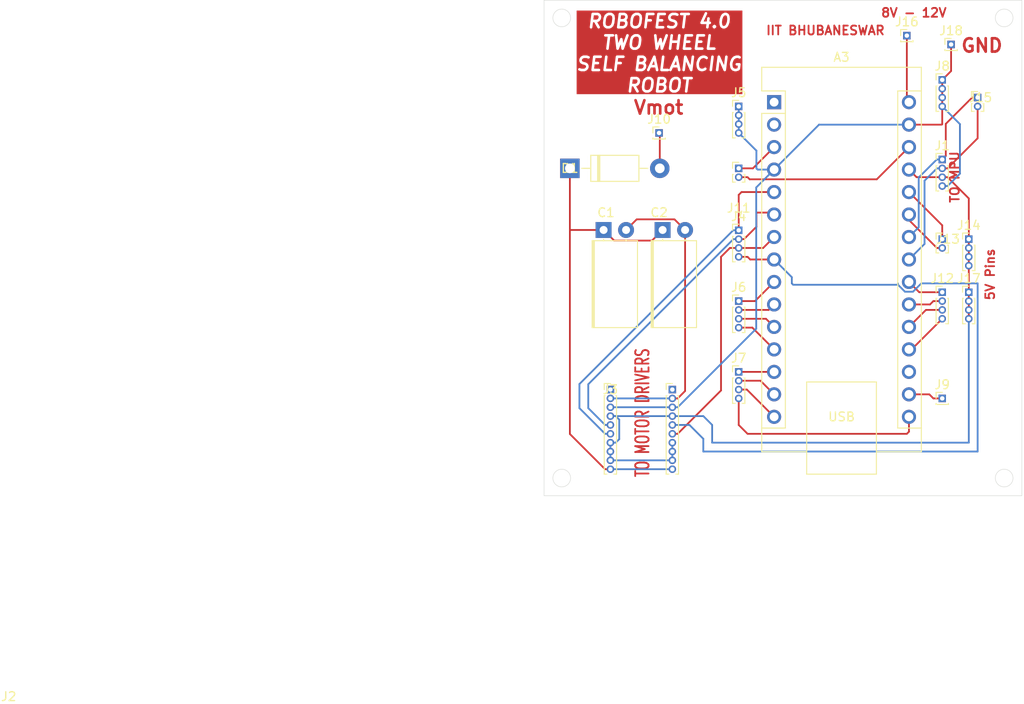
<source format=kicad_pcb>
(kicad_pcb (version 20240108) (generator "pcbnew") (generator_version "8.0")
  (layers (0 "F.Cu" signal) (31 "B.Cu" signal) (34 "B.Paste" user) (35 "F.Paste" user) (36 "B.SilkS" user "B.Silkscreen") (37 "F.SilkS" user "F.Silkscreen") (38 "B.Mask" user) (39 "F.Mask" user) (44 "Edge.Cuts" user))
  (net 0 "")
  (net 1 "Net-(A3-D2)")
  (net 2 "Net-(A3-A2)")
  (net 3 "Net-(A3-+5V)")
  (net 4 "Net-(A3-D13)")
  (net 5 "Net-(A3-A0)")
  (net 6 "Net-(A3-D7)")
  (net 7 "Net-(A3-D10)")
  (net 8 "Net-(A3-D11)")
  (net 9 "Net-(A3-D5)")
  (net 10 "Net-(A3-3V3)")
  (net 11 "Net-(A3-VIN)")
  (net 12 "Net-(J11-Pin_1)")
  (net 13 "Net-(A3-D8)")
  (net 14 "Net-(A3-D6)")
  (net 15 "Net-(A3-A3)")
  (net 16 "Net-(A3-A1)")
  (net 17 "Net-(A3-A7)")
  (net 20 "Net-(A3-D12)")
  (net 21 "Net-(J11-Pin_2)")
  (net 22 "Net-(A3-D3)")
  (net 23 "Net-(A3-D9)")
  (net 24 "Net-(A3-D4)")
  (net 25 "GND")
  (net 26 "Net-(A3-A5)")
  (net 28 "Net-(A3-A4)")
  (net 29 "Net-(A3-A6)")
  (net 30 "Net-(J2-Pin_2)")
  (net 31 "Net-(D1-K)")
  (net 32 "Net-(D1-A)")
  (footprint "Connector_PinHeader_1.00mm:PinHeader_1x04_P1.00mm_Vertical" (layer "F.Cu") (at 103 128)
    (property "Reference" "J1" (at 0 -1.56 0) (layer "F.SilkS"))
    (property "Value" "Conn_01x04_Pin")
    (fp_line (start -0.695 -0.685) (end 0 -0.685) (stroke (width 0.12)) (layer "F.SilkS"))
    (fp_line (start -0.695 0) (end -0.695 -0.685) (stroke (width 0.12)) (layer "F.SilkS"))
    (fp_line (start -0.695 0.685) (end -0.695 3.56) (stroke (width 0.12)) (layer "F.SilkS"))
    (fp_line (start -0.695 0.685) (end -0.608276 0.685) (stroke (width 0.12)) (layer "F.SilkS"))
    (fp_line (start -0.695 3.56) (end -0.394493 3.56) (stroke (width 0.12)) (layer "F.SilkS"))
    (fp_line (start 0.394493 3.56) (end 0.695 3.56) (stroke (width 0.12)) (layer "F.SilkS"))
    (fp_line (start 0.608276 0.685) (end 0.695 0.685) (stroke (width 0.12)) (layer "F.SilkS"))
    (fp_line (start 0.695 0.685) (end 0.695 3.56) (stroke (width 0.12)) (layer "F.SilkS"))
    (pad "1" thru_hole rect (at 0 0) (size 0.85 0.85) (drill 0.5) (layers "*.Cu" "*.Mask") (net 26 "Net-(A3-A5)"))
    (pad "2" thru_hole oval (at 0 1) (size 0.85 0.85) (drill 0.5) (layers "*.Cu" "*.Mask") (net 28 "Net-(A3-A4)"))
    (pad "3" thru_hole oval (at 0 2) (size 0.85 0.85) (drill 0.5) (layers "*.Cu" "*.Mask") (net 3 "Net-(A3-+5V)"))
    (pad "4" thru_hole oval (at 0 3) (size 0.85 0.85) (drill 0.5) (layers "*.Cu" "*.Mask") (net 25 "GND"))
  )
  (footprint "Connector_PinHeader_1.00mm:PinHeader_1x04_P1.00mm_Vertical" (layer "F.Cu") (at 80 144)
    (property "Reference" "J6" (at 0 -1.56 0) (layer "F.SilkS"))
    (property "Value" "Conn_01x04_Pin")
    (fp_line (start -0.695 -0.685) (end 0 -0.685) (stroke (width 0.12)) (layer "F.SilkS"))
    (fp_line (start -0.695 0) (end -0.695 -0.685) (stroke (width 0.12)) (layer "F.SilkS"))
    (fp_line (start -0.695 0.685) (end -0.695 3.56) (stroke (width 0.12)) (layer "F.SilkS"))
    (fp_line (start -0.695 0.685) (end -0.608276 0.685) (stroke (width 0.12)) (layer "F.SilkS"))
    (fp_line (start -0.695 3.56) (end -0.394493 3.56) (stroke (width 0.12)) (layer "F.SilkS"))
    (fp_line (start 0.394493 3.56) (end 0.695 3.56) (stroke (width 0.12)) (layer "F.SilkS"))
    (fp_line (start 0.608276 0.685) (end 0.695 0.685) (stroke (width 0.12)) (layer "F.SilkS"))
    (fp_line (start 0.695 0.685) (end 0.695 3.56) (stroke (width 0.12)) (layer "F.SilkS"))
    (pad "1" thru_hole rect (at 0 0) (size 0.85 0.85) (drill 0.5) (layers "*.Cu" "*.Mask") (net 14 "Net-(A3-D6)"))
    (pad "2" thru_hole oval (at 0 1) (size 0.85 0.85) (drill 0.5) (layers "*.Cu" "*.Mask") (net 6 "Net-(A3-D7)"))
    (pad "3" thru_hole oval (at 0 2) (size 0.85 0.85) (drill 0.5) (layers "*.Cu" "*.Mask") (net 13 "Net-(A3-D8)"))
    (pad "4" thru_hole oval (at 0 3) (size 0.85 0.85) (drill 0.5) (layers "*.Cu" "*.Mask") (net 23 "Net-(A3-D9)"))
  )
  (footprint "Connector_PinHeader_1.00mm:PinHeader_1x02_P1.00mm_Vertical" (layer "F.Cu") (at 107 121)
    (property "Reference" "J15" (at 0.3 0 0) (layer "F.SilkS"))
    (property "Value" "Conn_01x02_Pin")
    (fp_line (start -0.695 -0.685) (end 0 -0.685) (stroke (width 0.12)) (layer "F.SilkS"))
    (fp_line (start -0.695 0) (end -0.695 -0.685) (stroke (width 0.12)) (layer "F.SilkS"))
    (fp_line (start -0.695 0.685) (end -0.695 1.56) (stroke (width 0.12)) (layer "F.SilkS"))
    (fp_line (start -0.695 0.685) (end -0.608276 0.685) (stroke (width 0.12)) (layer "F.SilkS"))
    (fp_line (start -0.695 1.56) (end -0.394493 1.56) (stroke (width 0.12)) (layer "F.SilkS"))
    (fp_line (start 0.394493 1.56) (end 0.695 1.56) (stroke (width 0.12)) (layer "F.SilkS"))
    (fp_line (start 0.608276 0.685) (end 0.695 0.685) (stroke (width 0.12)) (layer "F.SilkS"))
    (fp_line (start 0.695 0.685) (end 0.695 1.56) (stroke (width 0.12)) (layer "F.SilkS"))
    (pad "1" thru_hole rect (at 0 0) (size 0.85 0.85) (drill 0.5) (layers "*.Cu" "*.Mask") (net 26 "Net-(A3-A5)"))
    (pad "2" thru_hole oval (at 0 1) (size 0.85 0.85) (drill 0.5) (layers "*.Cu" "*.Mask") (net 28 "Net-(A3-A4)"))
  )
  (footprint "Connector_PinHeader_1.00mm:PinHeader_1x01_P1.00mm_Vertical" (layer "F.Cu") (at 104 115)
    (property "Reference" "J18" (at 0 -1.56 0) (layer "F.SilkS"))
    (property "Value" "Conn_01x01_Pin")
    (fp_line (start -0.695 -0.685) (end 0 -0.685) (stroke (width 0.12)) (layer "F.SilkS"))
    (fp_line (start -0.695 0) (end -0.695 -0.685) (stroke (width 0.12)) (layer "F.SilkS"))
    (fp_line (start -0.695 0.685) (end -0.695 0.56) (stroke (width 0.12)) (layer "F.SilkS"))
    (fp_line (start -0.695 0.685) (end -0.608276 0.685) (stroke (width 0.12)) (layer "F.SilkS"))
    (fp_line (start -0.695 0.685) (end 0.695 0.685) (stroke (width 0.12)) (layer "F.SilkS"))
    (fp_line (start 0.608276 0.685) (end 0.695 0.685) (stroke (width 0.12)) (layer "F.SilkS"))
    (fp_line (start 0.695 0.685) (end 0.695 0.56) (stroke (width 0.12)) (layer "F.SilkS"))
    (pad "1" thru_hole rect (at 0 0) (size 0.85 0.85) (drill 0.5) (layers "*.Cu" "*.Mask") (net 25 "GND"))
  )
  (footprint "Diode_THT:D_DO-41_SOD81_P10.16mm_Horizontal" (layer "F.Cu") (at 60.92 129)
    (property "Reference" "D1" (at 0 0 0) (layer "F.SilkS"))
    (property "Value" "1N4007")
    (fp_line (start 1.34 0) (end 2.36 0) (stroke (width 0.12)) (layer "F.SilkS"))
    (fp_line (start 2.36 -1.47) (end 2.36 1.47) (stroke (width 0.12)) (layer "F.SilkS"))
    (fp_line (start 2.36 1.47) (end 7.8 1.47) (stroke (width 0.12)) (layer "F.SilkS"))
    (fp_line (start 3.14 -1.47) (end 3.14 1.47) (stroke (width 0.12)) (layer "F.SilkS"))
    (fp_line (start 3.26 -1.47) (end 3.26 1.47) (stroke (width 0.12)) (layer "F.SilkS"))
    (fp_line (start 3.38 -1.47) (end 3.38 1.47) (stroke (width 0.12)) (layer "F.SilkS"))
    (fp_line (start 7.8 -1.47) (end 2.36 -1.47) (stroke (width 0.12)) (layer "F.SilkS"))
    (fp_line (start 7.8 1.47) (end 7.8 -1.47) (stroke (width 0.12)) (layer "F.SilkS"))
    (fp_line (start 8.82 0) (end 7.8 0) (stroke (width 0.12)) (layer "F.SilkS"))
    (fp_text user "K" (at 0 0 0) (layer "F.SilkS"))
    (pad "1" thru_hole rect (at 0 0) (size 2.2 2.2) (drill 1.1) (layers "*.Cu" "*.Mask") (net 31 "Net-(D1-K)"))
    (pad "2" thru_hole oval (at 10.16 0) (size 2.2 2.2) (drill 1.1) (layers "*.Cu" "*.Mask") (net 32 "Net-(D1-A)"))
  )
  (footprint "Connector_PinHeader_1.00mm:PinHeader_1x01_P1.00mm_Vertical" (layer "F.Cu") (at 103 155)
    (property "Reference" "J9" (at 0 -1.56 0) (layer "F.SilkS"))
    (property "Value" "Conn_01x01_Pin")
    (fp_line (start -0.695 -0.685) (end 0 -0.685) (stroke (width 0.12)) (layer "F.SilkS"))
    (fp_line (start -0.695 0) (end -0.695 -0.685) (stroke (width 0.12)) (layer "F.SilkS"))
    (fp_line (start -0.695 0.685) (end -0.695 0.56) (stroke (width 0.12)) (layer "F.SilkS"))
    (fp_line (start -0.695 0.685) (end -0.608276 0.685) (stroke (width 0.12)) (layer "F.SilkS"))
    (fp_line (start -0.695 0.685) (end 0.695 0.685) (stroke (width 0.12)) (layer "F.SilkS"))
    (fp_line (start 0.608276 0.685) (end 0.695 0.685) (stroke (width 0.12)) (layer "F.SilkS"))
    (fp_line (start 0.695 0.685) (end 0.695 0.56) (stroke (width 0.12)) (layer "F.SilkS"))
    (pad "1" thru_hole rect (at 0 0) (size 0.85 0.85) (drill 0.5) (layers "*.Cu" "*.Mask") (net 10 "Net-(A3-3V3)"))
  )
  (footprint "Connector_PinHeader_1.00mm:PinHeader_1x04_P1.00mm_Vertical" (layer "F.Cu") (at 80 152)
    (property "Reference" "J7" (at 0 -1.56 0) (layer "F.SilkS"))
    (property "Value" "Conn_01x04_Pin")
    (fp_line (start -0.695 -0.685) (end 0 -0.685) (stroke (width 0.12)) (layer "F.SilkS"))
    (fp_line (start -0.695 0) (end -0.695 -0.685) (stroke (width 0.12)) (layer "F.SilkS"))
    (fp_line (start -0.695 0.685) (end -0.695 3.56) (stroke (width 0.12)) (layer "F.SilkS"))
    (fp_line (start -0.695 0.685) (end -0.608276 0.685) (stroke (width 0.12)) (layer "F.SilkS"))
    (fp_line (start -0.695 3.56) (end -0.394493 3.56) (stroke (width 0.12)) (layer "F.SilkS"))
    (fp_line (start 0.394493 3.56) (end 0.695 3.56) (stroke (width 0.12)) (layer "F.SilkS"))
    (fp_line (start 0.608276 0.685) (end 0.695 0.685) (stroke (width 0.12)) (layer "F.SilkS"))
    (fp_line (start 0.695 0.685) (end 0.695 3.56) (stroke (width 0.12)) (layer "F.SilkS"))
    (pad "1" thru_hole rect (at 0 0) (size 0.85 0.85) (drill 0.5) (layers "*.Cu" "*.Mask") (net 7 "Net-(A3-D10)"))
    (pad "2" thru_hole oval (at 0 1) (size 0.85 0.85) (drill 0.5) (layers "*.Cu" "*.Mask") (net 8 "Net-(A3-D11)"))
    (pad "3" thru_hole oval (at 0 2) (size 0.85 0.85) (drill 0.5) (layers "*.Cu" "*.Mask") (net 20 "Net-(A3-D12)"))
    (pad "4" thru_hole oval (at 0 3) (size 0.85 0.85) (drill 0.5) (layers "*.Cu" "*.Mask") (net 4 "Net-(A3-D13)"))
  )
  (footprint "Connector_PinHeader_1.00mm:PinHeader_1x04_P1.00mm_Vertical" (layer "F.Cu") (at 103 143)
    (property "Reference" "J12" (at 0 -1.56 0) (layer "F.SilkS"))
    (property "Value" "Conn_01x04_Pin")
    (fp_line (start -0.695 -0.685) (end 0 -0.685) (stroke (width 0.12)) (layer "F.SilkS"))
    (fp_line (start -0.695 0) (end -0.695 -0.685) (stroke (width 0.12)) (layer "F.SilkS"))
    (fp_line (start -0.695 0.685) (end -0.695 3.56) (stroke (width 0.12)) (layer "F.SilkS"))
    (fp_line (start -0.695 0.685) (end -0.608276 0.685) (stroke (width 0.12)) (layer "F.SilkS"))
    (fp_line (start -0.695 3.56) (end -0.394493 3.56) (stroke (width 0.12)) (layer "F.SilkS"))
    (fp_line (start 0.394493 3.56) (end 0.695 3.56) (stroke (width 0.12)) (layer "F.SilkS"))
    (fp_line (start 0.608276 0.685) (end 0.695 0.685) (stroke (width 0.12)) (layer "F.SilkS"))
    (fp_line (start 0.695 0.685) (end 0.695 3.56) (stroke (width 0.12)) (layer "F.SilkS"))
    (pad "1" thru_hole rect (at 0 0) (size 0.85 0.85) (drill 0.5) (layers "*.Cu" "*.Mask") (net 15 "Net-(A3-A3)"))
    (pad "2" thru_hole oval (at 0 1) (size 0.85 0.85) (drill 0.5) (layers "*.Cu" "*.Mask") (net 2 "Net-(A3-A2)"))
    (pad "3" thru_hole oval (at 0 2) (size 0.85 0.85) (drill 0.5) (layers "*.Cu" "*.Mask") (net 16 "Net-(A3-A1)"))
    (pad "4" thru_hole oval (at 0 3) (size 0.85 0.85) (drill 0.5) (layers "*.Cu" "*.Mask") (net 5 "Net-(A3-A0)"))
  )
  (footprint "LED_THT:LED_Rectangular_W5.0mm_H2.0mm_Horizontal_O1.27mm_Z3.0mm" (layer "F.Cu") (at 64.73 135.965)
    (property "Reference" "C1" (at 0.27 -1.965 0) (layer "F.SilkS"))
    (property "Value" "C_Polarized")
    (fp_line (start -1.29 1.21) (end -1.29 11.03) (stroke (width 0.12)) (layer "F.SilkS"))
    (fp_line (start -1.29 11.03) (end 3.83 11.03) (stroke (width 0.12)) (layer "F.SilkS"))
    (fp_line (start -1.17 1.21) (end -1.17 11.03) (stroke (width 0.12)) (layer "F.SilkS"))
    (fp_line (start -1.05 1.21) (end -1.05 11.03) (stroke (width 0.12)) (layer "F.SilkS"))
    (fp_line (start 0 1.08) (end 0 1.08) (stroke (width 0.12)) (layer "F.SilkS"))
    (fp_line (start 0 1.08) (end 0 1.21) (stroke (width 0.12)) (layer "F.SilkS"))
    (fp_line (start 0 1.21) (end 0 1.08) (stroke (width 0.12)) (layer "F.SilkS"))
    (fp_line (start 0 1.21) (end 0 1.21) (stroke (width 0.12)) (layer "F.SilkS"))
    (fp_line (start 2.54 1.08) (end 2.54 1.08) (stroke (width 0.12)) (layer "F.SilkS"))
    (fp_line (start 2.54 1.08) (end 2.54 1.21) (stroke (width 0.12)) (layer "F.SilkS"))
    (fp_line (start 2.54 1.21) (end 2.54 1.08) (stroke (width 0.12)) (layer "F.SilkS"))
    (fp_line (start 2.54 1.21) (end 2.54 1.21) (stroke (width 0.12)) (layer "F.SilkS"))
    (fp_line (start 3.83 1.21) (end -1.29 1.21) (stroke (width 0.12)) (layer "F.SilkS"))
    (fp_line (start 3.83 11.03) (end 3.83 1.21) (stroke (width 0.12)) (layer "F.SilkS"))
    (pad "1" thru_hole rect (at 0 0) (size 1.8 1.8) (drill 0.9) (layers "*.Cu" "*.Mask") (net 31 "Net-(D1-K)"))
    (pad "2" thru_hole circle (at 2.54 0) (size 1.8 1.8) (drill 0.9) (layers "*.Cu" "*.Mask") (net 30 "Net-(J2-Pin_2)"))
  )
  (footprint "Connector_PinHeader_1.00mm:PinHeader_1x01_P1.00mm_Vertical" (layer "F.Cu") (at 71 125)
    (property "Reference" "J10" (at 0 -1.56 0) (layer "F.SilkS"))
    (property "Value" "Conn_01x01_Pin")
    (fp_line (start -0.695 -0.685) (end 0 -0.685) (stroke (width 0.12)) (layer "F.SilkS"))
    (fp_line (start -0.695 0) (end -0.695 -0.685) (stroke (width 0.12)) (layer "F.SilkS"))
    (fp_line (start -0.695 0.685) (end -0.695 0.56) (stroke (width 0.12)) (layer "F.SilkS"))
    (fp_line (start -0.695 0.685) (end -0.608276 0.685) (stroke (width 0.12)) (layer "F.SilkS"))
    (fp_line (start -0.695 0.685) (end 0.695 0.685) (stroke (width 0.12)) (layer "F.SilkS"))
    (fp_line (start 0.608276 0.685) (end 0.695 0.685) (stroke (width 0.12)) (layer "F.SilkS"))
    (fp_line (start 0.695 0.685) (end 0.695 0.56) (stroke (width 0.12)) (layer "F.SilkS"))
    (pad "1" thru_hole rect (at 0 0) (size 0.85 0.85) (drill 0.5) (layers "*.Cu" "*.Mask") (net 32 "Net-(D1-A)"))
  )
  (footprint "Connector_PinHeader_1.00mm:PinHeader_1x02_P1.00mm_Vertical" (layer "F.Cu") (at 80 129)
    (property "Reference" "J11" (at 0 4.49 0) (layer "F.SilkS"))
    (property "Value" "Conn_01x02_Pin")
    (fp_line (start -0.695 -0.685) (end 0 -0.685) (stroke (width 0.12)) (layer "F.SilkS"))
    (fp_line (start -0.695 0) (end -0.695 -0.685) (stroke (width 0.12)) (layer "F.SilkS"))
    (fp_line (start -0.695 0.685) (end -0.695 1.56) (stroke (width 0.12)) (layer "F.SilkS"))
    (fp_line (start -0.695 0.685) (end -0.608276 0.685) (stroke (width 0.12)) (layer "F.SilkS"))
    (fp_line (start -0.695 1.56) (end -0.394493 1.56) (stroke (width 0.12)) (layer "F.SilkS"))
    (fp_line (start 0.394493 1.56) (end 0.695 1.56) (stroke (width 0.12)) (layer "F.SilkS"))
    (fp_line (start 0.608276 0.685) (end 0.695 0.685) (stroke (width 0.12)) (layer "F.SilkS"))
    (fp_line (start 0.695 0.685) (end 0.695 1.56) (stroke (width 0.12)) (layer "F.SilkS"))
    (pad "1" thru_hole rect (at 0 0) (size 0.85 0.85) (drill 0.5) (layers "*.Cu" "*.Mask") (net 12 "Net-(J11-Pin_1)"))
    (pad "2" thru_hole oval (at 0 1) (size 0.85 0.85) (drill 0.5) (layers "*.Cu" "*.Mask") (net 21 "Net-(J11-Pin_2)"))
  )
  (footprint "Connector_PinHeader_1.00mm:PinHeader_1x04_P1.00mm_Vertical" (layer "F.Cu") (at 80 122)
    (property "Reference" "J5" (at 0 -1.56 0) (layer "F.SilkS"))
    (property "Value" "Conn_01x04_Pin")
    (fp_line (start -0.695 -0.685) (end 0 -0.685) (stroke (width 0.12)) (layer "F.SilkS"))
    (fp_line (start -0.695 0) (end -0.695 -0.685) (stroke (width 0.12)) (layer "F.SilkS"))
    (fp_line (start -0.695 0.685) (end -0.695 3.56) (stroke (width 0.12)) (layer "F.SilkS"))
    (fp_line (start -0.695 0.685) (end -0.608276 0.685) (stroke (width 0.12)) (layer "F.SilkS"))
    (fp_line (start -0.695 3.56) (end -0.394493 3.56) (stroke (width 0.12)) (layer "F.SilkS"))
    (fp_line (start 0.394493 3.56) (end 0.695 3.56) (stroke (width 0.12)) (layer "F.SilkS"))
    (fp_line (start 0.608276 0.685) (end 0.695 0.685) (stroke (width 0.12)) (layer "F.SilkS"))
    (fp_line (start 0.695 0.685) (end 0.695 3.56) (stroke (width 0.12)) (layer "F.SilkS"))
    (pad "1" thru_hole rect (at 0 0) (size 0.85 0.85) (drill 0.5) (layers "*.Cu" "*.Mask") (net 25 "GND"))
    (pad "2" thru_hole oval (at 0 1) (size 0.85 0.85) (drill 0.5) (layers "*.Cu" "*.Mask") (net 25 "GND"))
    (pad "3" thru_hole oval (at 0 2) (size 0.85 0.85) (drill 0.5) (layers "*.Cu" "*.Mask") (net 25 "GND"))
    (pad "4" thru_hole oval (at 0 3) (size 0.85 0.85) (drill 0.5) (layers "*.Cu" "*.Mask") (net 25 "GND"))
  )
  (footprint "Connector_PinHeader_1.00mm:PinHeader_1x10_P1.00mm_Vertical" (layer "F.Cu") (at 72.5 154)
    (property "Reference" "J2" (at -75 34.69 0) (layer "F.SilkS"))
    (property "Value" "Conn_01x10_Pin")
    (fp_line (start -0.695 -0.685) (end 0 -0.685) (stroke (width 0.12)) (layer "F.SilkS"))
    (fp_line (start -0.695 0) (end -0.695 -0.685) (stroke (width 0.12)) (layer "F.SilkS"))
    (fp_line (start -0.695 0.685) (end -0.695 9.56) (stroke (width 0.12)) (layer "F.SilkS"))
    (fp_line (start -0.695 0.685) (end -0.608276 0.685) (stroke (width 0.12)) (layer "F.SilkS"))
    (fp_line (start -0.695 9.56) (end -0.394493 9.56) (stroke (width 0.12)) (layer "F.SilkS"))
    (fp_line (start 0.394493 9.56) (end 0.695 9.56) (stroke (width 0.12)) (layer "F.SilkS"))
    (fp_line (start 0.608276 0.685) (end 0.695 0.685) (stroke (width 0.12)) (layer "F.SilkS"))
    (fp_line (start 0.695 0.685) (end 0.695 9.56) (stroke (width 0.12)) (layer "F.SilkS"))
    (pad "1" thru_hole rect (at 0 0) (size 0.85 0.85) (drill 0.5) (layers "*.Cu" "*.Mask"))
    (pad "2" thru_hole oval (at 0 1) (size 0.85 0.85) (drill 0.5) (layers "*.Cu" "*.Mask") (net 30 "Net-(J2-Pin_2)"))
    (pad "3" thru_hole oval (at 0 2) (size 0.85 0.85) (drill 0.5) (layers "*.Cu" "*.Mask") (net 25 "GND"))
    (pad "4" thru_hole oval (at 0 3) (size 0.85 0.85) (drill 0.5) (layers "*.Cu" "*.Mask") (net 3 "Net-(A3-+5V)"))
    (pad "5" thru_hole oval (at 0 4) (size 0.85 0.85) (drill 0.5) (layers "*.Cu" "*.Mask") (net 9 "Net-(A3-D5)"))
    (pad "6" thru_hole oval (at 0 5) (size 0.85 0.85) (drill 0.5) (layers "*.Cu" "*.Mask") (net 24 "Net-(A3-D4)"))
    (pad "7" thru_hole oval (at 0 6) (size 0.85 0.85) (drill 0.5) (layers "*.Cu" "*.Mask") (net 3 "Net-(A3-+5V)"))
    (pad "8" thru_hole oval (at 0 7) (size 0.85 0.85) (drill 0.5) (layers "*.Cu" "*.Mask") (net 3 "Net-(A3-+5V)"))
    (pad "9" thru_hole oval (at 0 8) (size 0.85 0.85) (drill 0.5) (layers "*.Cu" "*.Mask") (net 3 "Net-(A3-+5V)"))
    (pad "10" thru_hole oval (at 0 9) (size 0.85 0.85) (drill 0.5) (layers "*.Cu" "*.Mask") (net 31 "Net-(D1-K)"))
  )
  (footprint "Connector_PinHeader_1.00mm:PinHeader_1x04_P1.00mm_Vertical" (layer "F.Cu") (at 106 143)
    (property "Reference" "J17" (at 0 -1.56 0) (layer "F.SilkS"))
    (property "Value" "Conn_01x04_Pin")
    (fp_line (start -0.695 -0.685) (end 0 -0.685) (stroke (width 0.12)) (layer "F.SilkS"))
    (fp_line (start -0.695 0) (end -0.695 -0.685) (stroke (width 0.12)) (layer "F.SilkS"))
    (fp_line (start -0.695 0.685) (end -0.695 3.56) (stroke (width 0.12)) (layer "F.SilkS"))
    (fp_line (start -0.695 0.685) (end -0.608276 0.685) (stroke (width 0.12)) (layer "F.SilkS"))
    (fp_line (start -0.695 3.56) (end -0.394493 3.56) (stroke (width 0.12)) (layer "F.SilkS"))
    (fp_line (start 0.394493 3.56) (end 0.695 3.56) (stroke (width 0.12)) (layer "F.SilkS"))
    (fp_line (start 0.608276 0.685) (end 0.695 0.685) (stroke (width 0.12)) (layer "F.SilkS"))
    (fp_line (start 0.695 0.685) (end 0.695 3.56) (stroke (width 0.12)) (layer "F.SilkS"))
    (pad "1" thru_hole rect (at 0 0) (size 0.85 0.85) (drill 0.5) (layers "*.Cu" "*.Mask") (net 3 "Net-(A3-+5V)"))
    (pad "2" thru_hole oval (at 0 1) (size 0.85 0.85) (drill 0.5) (layers "*.Cu" "*.Mask") (net 3 "Net-(A3-+5V)"))
    (pad "3" thru_hole oval (at 0 2) (size 0.85 0.85) (drill 0.5) (layers "*.Cu" "*.Mask") (net 3 "Net-(A3-+5V)"))
    (pad "4" thru_hole oval (at 0 3) (size 0.85 0.85) (drill 0.5) (layers "*.Cu" "*.Mask") (net 3 "Net-(A3-+5V)"))
  )
  (footprint "Connector_PinHeader_1.00mm:PinHeader_1x04_P1.00mm_Vertical" (layer "F.Cu") (at 103 119)
    (property "Reference" "J8" (at 0 -1.56 0) (layer "F.SilkS"))
    (property "Value" "Conn_01x04_Pin")
    (fp_line (start -0.695 -0.685) (end 0 -0.685) (stroke (width 0.12)) (layer "F.SilkS"))
    (fp_line (start -0.695 0) (end -0.695 -0.685) (stroke (width 0.12)) (layer "F.SilkS"))
    (fp_line (start -0.695 0.685) (end -0.695 3.56) (stroke (width 0.12)) (layer "F.SilkS"))
    (fp_line (start -0.695 0.685) (end -0.608276 0.685) (stroke (width 0.12)) (layer "F.SilkS"))
    (fp_line (start -0.695 3.56) (end -0.394493 3.56) (stroke (width 0.12)) (layer "F.SilkS"))
    (fp_line (start 0.394493 3.56) (end 0.695 3.56) (stroke (width 0.12)) (layer "F.SilkS"))
    (fp_line (start 0.608276 0.685) (end 0.695 0.685) (stroke (width 0.12)) (layer "F.SilkS"))
    (fp_line (start 0.695 0.685) (end 0.695 3.56) (stroke (width 0.12)) (layer "F.SilkS"))
    (pad "1" thru_hole rect (at 0 0) (size 0.85 0.85) (drill 0.5) (layers "*.Cu" "*.Mask") (net 25 "GND"))
    (pad "2" thru_hole oval (at 0 1) (size 0.85 0.85) (drill 0.5) (layers "*.Cu" "*.Mask") (net 25 "GND"))
    (pad "3" thru_hole oval (at 0 2) (size 0.85 0.85) (drill 0.5) (layers "*.Cu" "*.Mask") (net 25 "GND"))
    (pad "4" thru_hole oval (at 0 3) (size 0.85 0.85) (drill 0.5) (layers "*.Cu" "*.Mask") (net 25 "GND"))
  )
  (footprint "Connector_PinHeader_1.00mm:PinHeader_1x02_P1.00mm_Vertical" (layer "F.Cu") (at 103 137)
    (property "Reference" "J13" (at 0.65 0 0) (layer "F.SilkS"))
    (property "Value" "Conn_01x02_Pin")
    (fp_line (start -0.695 -0.685) (end 0 -0.685) (stroke (width 0.12)) (layer "F.SilkS"))
    (fp_line (start -0.695 0) (end -0.695 -0.685) (stroke (width 0.12)) (layer "F.SilkS"))
    (fp_line (start -0.695 0.685) (end -0.695 1.56) (stroke (width 0.12)) (layer "F.SilkS"))
    (fp_line (start -0.695 0.685) (end -0.608276 0.685) (stroke (width 0.12)) (layer "F.SilkS"))
    (fp_line (start -0.695 1.56) (end -0.394493 1.56) (stroke (width 0.12)) (layer "F.SilkS"))
    (fp_line (start 0.394493 1.56) (end 0.695 1.56) (stroke (width 0.12)) (layer "F.SilkS"))
    (fp_line (start 0.608276 0.685) (end 0.695 0.685) (stroke (width 0.12)) (layer "F.SilkS"))
    (fp_line (start 0.695 0.685) (end 0.695 1.56) (stroke (width 0.12)) (layer "F.SilkS"))
    (pad "1" thru_hole rect (at 0 0) (size 0.85 0.85) (drill 0.5) (layers "*.Cu" "*.Mask") (net 17 "Net-(A3-A7)"))
    (pad "2" thru_hole oval (at 0 1) (size 0.85 0.85) (drill 0.5) (layers "*.Cu" "*.Mask") (net 29 "Net-(A3-A6)"))
  )
  (footprint "Connector_PinHeader_1.00mm:PinHeader_1x04_P1.00mm_Vertical" (layer "F.Cu") (at 106 137)
    (property "Reference" "J14" (at 0 -1.56 0) (layer "F.SilkS"))
    (property "Value" "Conn_01x04_Pin")
    (fp_line (start -0.695 -0.685) (end 0 -0.685) (stroke (width 0.12)) (layer "F.SilkS"))
    (fp_line (start -0.695 0) (end -0.695 -0.685) (stroke (width 0.12)) (layer "F.SilkS"))
    (fp_line (start -0.695 0.685) (end -0.695 3.56) (stroke (width 0.12)) (layer "F.SilkS"))
    (fp_line (start -0.695 0.685) (end -0.608276 0.685) (stroke (width 0.12)) (layer "F.SilkS"))
    (fp_line (start -0.695 3.56) (end -0.394493 3.56) (stroke (width 0.12)) (layer "F.SilkS"))
    (fp_line (start 0.394493 3.56) (end 0.695 3.56) (stroke (width 0.12)) (layer "F.SilkS"))
    (fp_line (start 0.608276 0.685) (end 0.695 0.685) (stroke (width 0.12)) (layer "F.SilkS"))
    (fp_line (start 0.695 0.685) (end 0.695 3.56) (stroke (width 0.12)) (layer "F.SilkS"))
    (pad "1" thru_hole rect (at 0 0) (size 0.85 0.85) (drill 0.5) (layers "*.Cu" "*.Mask") (net 3 "Net-(A3-+5V)"))
    (pad "2" thru_hole oval (at 0 1) (size 0.85 0.85) (drill 0.5) (layers "*.Cu" "*.Mask") (net 3 "Net-(A3-+5V)"))
    (pad "3" thru_hole oval (at 0 2) (size 0.85 0.85) (drill 0.5) (layers "*.Cu" "*.Mask") (net 3 "Net-(A3-+5V)"))
    (pad "4" thru_hole oval (at 0 3) (size 0.85 0.85) (drill 0.5) (layers "*.Cu" "*.Mask") (net 3 "Net-(A3-+5V)"))
  )
  (footprint "Connector_PinHeader_1.00mm:PinHeader_1x01_P1.00mm_Vertical" (layer "F.Cu") (at 99 114)
    (property "Reference" "J16" (at 0 -1.56 0) (layer "F.SilkS"))
    (property "Value" "Conn_01x01_Pin")
    (fp_line (start -0.695 -0.685) (end 0 -0.685) (stroke (width 0.12)) (layer "F.SilkS"))
    (fp_line (start -0.695 0) (end -0.695 -0.685) (stroke (width 0.12)) (layer "F.SilkS"))
    (fp_line (start -0.695 0.685) (end -0.695 0.56) (stroke (width 0.12)) (layer "F.SilkS"))
    (fp_line (start -0.695 0.685) (end -0.608276 0.685) (stroke (width 0.12)) (layer "F.SilkS"))
    (fp_line (start -0.695 0.685) (end 0.695 0.685) (stroke (width 0.12)) (layer "F.SilkS"))
    (fp_line (start 0.608276 0.685) (end 0.695 0.685) (stroke (width 0.12)) (layer "F.SilkS"))
    (fp_line (start 0.695 0.685) (end 0.695 0.56) (stroke (width 0.12)) (layer "F.SilkS"))
    (pad "1" thru_hole rect (at 0 0) (size 0.85 0.85) (drill 0.5) (layers "*.Cu" "*.Mask") (net 11 "Net-(A3-VIN)"))
  )
  (footprint "Module:Arduino_Nano" (layer "F.Cu") (at 84 121.52)
    (property "Reference" "A3" (at 7.62 -5.08 0) (layer "F.SilkS"))
    (property "Value" "Arduino_Nano_v3.x")
    (fp_line (start -1.4 -3.94) (end -1.4 -1.27) (stroke (width 0.12)) (layer "F.SilkS"))
    (fp_line (start -1.4 1.27) (end -1.4 39.5) (stroke (width 0.12)) (layer "F.SilkS"))
    (fp_line (start -1.4 39.5) (end 3.68 39.5) (stroke (width 0.12)) (layer "F.SilkS"))
    (fp_line (start 1.27 -1.27) (end -1.4 -1.27) (stroke (width 0.12)) (layer "F.SilkS"))
    (fp_line (start 1.27 1.27) (end -1.4 1.27) (stroke (width 0.12)) (layer "F.SilkS"))
    (fp_line (start 1.27 1.27) (end 1.27 -1.27) (stroke (width 0.12)) (layer "F.SilkS"))
    (fp_line (start 1.27 1.27) (end 1.27 36.83) (stroke (width 0.12)) (layer "F.SilkS"))
    (fp_line (start 1.27 36.83) (end -1.4 36.83) (stroke (width 0.12)) (layer "F.SilkS"))
    (fp_line (start 3.68 31.62) (end 11.56 31.62) (stroke (width 0.12)) (layer "F.SilkS"))
    (fp_line (start 3.68 42.04) (end 3.68 31.62) (stroke (width 0.12)) (layer "F.SilkS"))
    (fp_line (start 11.56 31.62) (end 11.56 42.04) (stroke (width 0.12)) (layer "F.SilkS"))
    (fp_line (start 11.56 42.04) (end 3.68 42.04) (stroke (width 0.12)) (layer "F.SilkS"))
    (fp_line (start 13.97 -1.27) (end 13.97 36.83) (stroke (width 0.12)) (layer "F.SilkS"))
    (fp_line (start 13.97 -1.27) (end 16.64 -1.27) (stroke (width 0.12)) (layer "F.SilkS"))
    (fp_line (start 13.97 36.83) (end 16.64 36.83) (stroke (width 0.12)) (layer "F.SilkS"))
    (fp_line (start 16.64 -3.94) (end -1.4 -3.94) (stroke (width 0.12)) (layer "F.SilkS"))
    (fp_line (start 16.64 39.5) (end 11.56 39.5) (stroke (width 0.12)) (layer "F.SilkS"))
    (fp_line (start 16.64 39.5) (end 16.64 -3.94) (stroke (width 0.12)) (layer "F.SilkS"))
    (fp_text user "USB" (at 7.62 35.56 0) (layer "F.SilkS"))
    (pad "1" thru_hole rect (at 0 0) (size 1.6 1.6) (drill 1) (layers "*.Cu" "*.Mask"))
    (pad "2" thru_hole oval (at 0 2.54) (size 1.6 1.6) (drill 1) (layers "*.Cu" "*.Mask"))
    (pad "3" thru_hole oval (at 0 5.08) (size 1.6 1.6) (drill 1) (layers "*.Cu" "*.Mask") (net 12 "Net-(J11-Pin_1)"))
    (pad "4" thru_hole oval (at 0 7.62) (size 1.6 1.6) (drill 1) (layers "*.Cu" "*.Mask") (net 25 "GND"))
    (pad "5" thru_hole oval (at 0 10.16) (size 1.6 1.6) (drill 1) (layers "*.Cu" "*.Mask") (net 1 "Net-(A3-D2)"))
    (pad "6" thru_hole oval (at 0 12.7) (size 1.6 1.6) (drill 1) (layers "*.Cu" "*.Mask") (net 22 "Net-(A3-D3)"))
    (pad "7" thru_hole oval (at 0 15.24) (size 1.6 1.6) (drill 1) (layers "*.Cu" "*.Mask") (net 24 "Net-(A3-D4)"))
    (pad "8" thru_hole oval (at 0 17.78) (size 1.6 1.6) (drill 1) (layers "*.Cu" "*.Mask") (net 9 "Net-(A3-D5)"))
    (pad "9" thru_hole oval (at 0 20.32) (size 1.6 1.6) (drill 1) (layers "*.Cu" "*.Mask") (net 14 "Net-(A3-D6)"))
    (pad "10" thru_hole oval (at 0 22.86) (size 1.6 1.6) (drill 1) (layers "*.Cu" "*.Mask") (net 6 "Net-(A3-D7)"))
    (pad "11" thru_hole oval (at 0 25.4) (size 1.6 1.6) (drill 1) (layers "*.Cu" "*.Mask") (net 13 "Net-(A3-D8)"))
    (pad "12" thru_hole oval (at 0 27.94) (size 1.6 1.6) (drill 1) (layers "*.Cu" "*.Mask") (net 23 "Net-(A3-D9)"))
    (pad "13" thru_hole oval (at 0 30.48) (size 1.6 1.6) (drill 1) (layers "*.Cu" "*.Mask") (net 7 "Net-(A3-D10)"))
    (pad "14" thru_hole oval (at 0 33.02) (size 1.6 1.6) (drill 1) (layers "*.Cu" "*.Mask") (net 8 "Net-(A3-D11)"))
    (pad "15" thru_hole oval (at 0 35.56) (size 1.6 1.6) (drill 1) (layers "*.Cu" "*.Mask") (net 20 "Net-(A3-D12)"))
    (pad "16" thru_hole oval (at 15.24 35.56) (size 1.6 1.6) (drill 1) (layers "*.Cu" "*.Mask") (net 4 "Net-(A3-D13)"))
    (pad "17" thru_hole oval (at 15.24 33.02) (size 1.6 1.6) (drill 1) (layers "*.Cu" "*.Mask") (net 10 "Net-(A3-3V3)"))
    (pad "18" thru_hole oval (at 15.24 30.48) (size 1.6 1.6) (drill 1) (layers "*.Cu" "*.Mask"))
    (pad "19" thru_hole oval (at 15.24 27.94) (size 1.6 1.6) (drill 1) (layers "*.Cu" "*.Mask") (net 5 "Net-(A3-A0)"))
    (pad "20" thru_hole oval (at 15.24 25.4) (size 1.6 1.6) (drill 1) (layers "*.Cu" "*.Mask") (net 16 "Net-(A3-A1)"))
    (pad "21" thru_hole oval (at 15.24 22.86) (size 1.6 1.6) (drill 1) (layers "*.Cu" "*.Mask") (net 2 "Net-(A3-A2)"))
    (pad "22" thru_hole oval (at 15.24 20.32) (size 1.6 1.6) (drill 1) (layers "*.Cu" "*.Mask") (net 15 "Net-(A3-A3)"))
    (pad "23" thru_hole oval (at 15.24 17.78) (size 1.6 1.6) (drill 1) (layers "*.Cu" "*.Mask") (net 28 "Net-(A3-A4)"))
    (pad "24" thru_hole oval (at 15.24 15.24) (size 1.6 1.6) (drill 1) (layers "*.Cu" "*.Mask") (net 26 "Net-(A3-A5)"))
    (pad "25" thru_hole oval (at 15.24 12.7) (size 1.6 1.6) (drill 1) (layers "*.Cu" "*.Mask") (net 29 "Net-(A3-A6)"))
    (pad "26" thru_hole oval (at 15.24 10.16) (size 1.6 1.6) (drill 1) (layers "*.Cu" "*.Mask") (net 17 "Net-(A3-A7)"))
    (pad "27" thru_hole oval (at 15.24 7.62) (size 1.6 1.6) (drill 1) (layers "*.Cu" "*.Mask") (net 3 "Net-(A3-+5V)"))
    (pad "28" thru_hole oval (at 15.24 5.08) (size 1.6 1.6) (drill 1) (layers "*.Cu" "*.Mask") (net 21 "Net-(J11-Pin_2)"))
    (pad "29" thru_hole oval (at 15.24 2.54) (size 1.6 1.6) (drill 1) (layers "*.Cu" "*.Mask") (net 25 "GND"))
    (pad "30" thru_hole oval (at 15.24 0) (size 1.6 1.6) (drill 1) (layers "*.Cu" "*.Mask") (net 11 "Net-(A3-VIN)"))
  )
  (footprint "LED_THT:LED_Rectangular_W5.0mm_H2.0mm_Horizontal_O1.27mm_Z3.0mm" (layer "F.Cu") (at 71.4 135.965)
    (property "Reference" "C2" (at -0.4 -1.965 0) (layer "F.SilkS"))
    (property "Value" "C_Polarized")
    (fp_line (start -1.29 1.21) (end -1.29 11.03) (stroke (width 0.12)) (layer "F.SilkS"))
    (fp_line (start -1.29 11.03) (end 3.83 11.03) (stroke (width 0.12)) (layer "F.SilkS"))
    (fp_line (start -1.17 1.21) (end -1.17 11.03) (stroke (width 0.12)) (layer "F.SilkS"))
    (fp_line (start -1.05 1.21) (end -1.05 11.03) (stroke (width 0.12)) (layer "F.SilkS"))
    (fp_line (start 0 1.08) (end 0 1.08) (stroke (width 0.12)) (layer "F.SilkS"))
    (fp_line (start 0 1.08) (end 0 1.21) (stroke (width 0.12)) (layer "F.SilkS"))
    (fp_line (start 0 1.21) (end 0 1.08) (stroke (width 0.12)) (layer "F.SilkS"))
    (fp_line (start 0 1.21) (end 0 1.21) (stroke (width 0.12)) (layer "F.SilkS"))
    (fp_line (start 2.54 1.08) (end 2.54 1.08) (stroke (width 0.12)) (layer "F.SilkS"))
    (fp_line (start 2.54 1.08) (end 2.54 1.21) (stroke (width 0.12)) (layer "F.SilkS"))
    (fp_line (start 2.54 1.21) (end 2.54 1.08) (stroke (width 0.12)) (layer "F.SilkS"))
    (fp_line (start 2.54 1.21) (end 2.54 1.21) (stroke (width 0.12)) (layer "F.SilkS"))
    (fp_line (start 3.83 1.21) (end -1.29 1.21) (stroke (width 0.12)) (layer "F.SilkS"))
    (fp_line (start 3.83 11.03) (end 3.83 1.21) (stroke (width 0.12)) (layer "F.SilkS"))
    (pad "1" thru_hole rect (at 0 0) (size 1.8 1.8) (drill 0.9) (layers "*.Cu" "*.Mask") (net 31 "Net-(D1-K)"))
    (pad "2" thru_hole circle (at 2.54 0) (size 1.8 1.8) (drill 0.9) (layers "*.Cu" "*.Mask") (net 30 "Net-(J2-Pin_2)"))
  )
  (footprint "Connector_PinHeader_1.00mm:PinHeader_1x04_P1.00mm_Vertical" (layer "F.Cu") (at 80 136)
    (property "Reference" "J4" (at 0 -1.56 0) (layer "F.SilkS"))
    (property "Value" "Conn_01x04_Pin")
    (fp_line (start -0.695 -0.685) (end 0 -0.685) (stroke (width 0.12)) (layer "F.SilkS"))
    (fp_line (start -0.695 0) (end -0.695 -0.685) (stroke (width 0.12)) (layer "F.SilkS"))
    (fp_line (start -0.695 0.685) (end -0.695 3.56) (stroke (width 0.12)) (layer "F.SilkS"))
    (fp_line (start -0.695 0.685) (end -0.608276 0.685) (stroke (width 0.12)) (layer "F.SilkS"))
    (fp_line (start -0.695 3.56) (end -0.394493 3.56) (stroke (width 0.12)) (layer "F.SilkS"))
    (fp_line (start 0.394493 3.56) (end 0.695 3.56) (stroke (width 0.12)) (layer "F.SilkS"))
    (fp_line (start 0.608276 0.685) (end 0.695 0.685) (stroke (width 0.12)) (layer "F.SilkS"))
    (fp_line (start 0.695 0.685) (end 0.695 3.56) (stroke (width 0.12)) (layer "F.SilkS"))
    (pad "1" thru_hole rect (at 0 0) (size 0.85 0.85) (drill 0.5) (layers "*.Cu" "*.Mask") (net 1 "Net-(A3-D2)"))
    (pad "2" thru_hole oval (at 0 1) (size 0.85 0.85) (drill 0.5) (layers "*.Cu" "*.Mask") (net 22 "Net-(A3-D3)"))
    (pad "3" thru_hole oval (at 0 2) (size 0.85 0.85) (drill 0.5) (layers "*.Cu" "*.Mask") (net 24 "Net-(A3-D4)"))
    (pad "4" thru_hole oval (at 0 3) (size 0.85 0.85) (drill 0.5) (layers "*.Cu" "*.Mask") (net 9 "Net-(A3-D5)"))
  )
  (footprint "Connector_PinHeader_1.00mm:PinHeader_1x10_P1.00mm_Vertical" (layer "F.Cu") (at 65.5 154)
    (property "Reference" "J3" (at 0 0 0) (layer "F.SilkS"))
    (property "Value" "Conn_01x10_Pin")
    (fp_line (start -0.695 -0.685) (end 0 -0.685) (stroke (width 0.12)) (layer "F.SilkS"))
    (fp_line (start -0.695 0) (end -0.695 -0.685) (stroke (width 0.12)) (layer "F.SilkS"))
    (fp_line (start -0.695 0.685) (end -0.695 9.56) (stroke (width 0.12)) (layer "F.SilkS"))
    (fp_line (start -0.695 0.685) (end -0.608276 0.685) (stroke (width 0.12)) (layer "F.SilkS"))
    (fp_line (start -0.695 9.56) (end -0.394493 9.56) (stroke (width 0.12)) (layer "F.SilkS"))
    (fp_line (start 0.394493 9.56) (end 0.695 9.56) (stroke (width 0.12)) (layer "F.SilkS"))
    (fp_line (start 0.608276 0.685) (end 0.695 0.685) (stroke (width 0.12)) (layer "F.SilkS"))
    (fp_line (start 0.695 0.685) (end 0.695 9.56) (stroke (width 0.12)) (layer "F.SilkS"))
    (pad "1" thru_hole rect (at 0 0) (size 0.85 0.85) (drill 0.5) (layers "*.Cu" "*.Mask"))
    (pad "2" thru_hole oval (at 0 1) (size 0.85 0.85) (drill 0.5) (layers "*.Cu" "*.Mask") (net 30 "Net-(J2-Pin_2)"))
    (pad "3" thru_hole oval (at 0 2) (size 0.85 0.85) (drill 0.5) (layers "*.Cu" "*.Mask") (net 25 "GND"))
    (pad "4" thru_hole oval (at 0 3) (size 0.85 0.85) (drill 0.5) (layers "*.Cu" "*.Mask") (net 3 "Net-(A3-+5V)"))
    (pad "5" thru_hole oval (at 0 4) (size 0.85 0.85) (drill 0.5) (layers "*.Cu" "*.Mask") (net 22 "Net-(A3-D3)"))
    (pad "6" thru_hole oval (at 0 5) (size 0.85 0.85) (drill 0.5) (layers "*.Cu" "*.Mask") (net 1 "Net-(A3-D2)"))
    (pad "7" thru_hole oval (at 0 6) (size 0.85 0.85) (drill 0.5) (layers "*.Cu" "*.Mask") (net 3 "Net-(A3-+5V)"))
    (pad "8" thru_hole oval (at 0 7) (size 0.85 0.85) (drill 0.5) (layers "*.Cu" "*.Mask") (net 3 "Net-(A3-+5V)"))
    (pad "9" thru_hole oval (at 0 8) (size 0.85 0.85) (drill 0.5) (layers "*.Cu" "*.Mask") (net 3 "Net-(A3-+5V)"))
    (pad "10" thru_hole oval (at 0 9) (size 0.85 0.85) (drill 0.5) (layers "*.Cu" "*.Mask") (net 31 "Net-(D1-K)"))
  )
  (gr_circle (center 60 112) (end 60 111) (stroke (width 0.05)) (fill none) (layer "Edge.Cuts"))
  (gr_circle (center 110 164) (end 110 165) (stroke (width 0.05)) (fill none) (layer "Edge.Cuts"))
  (gr_circle (center 60 164) (end 59 164) (stroke (width 0.05)) (fill none) (layer "Edge.Cuts"))
  (gr_rect (start 58 110) (end 112 166) (stroke (width 0.05)) (fill none) (layer "Edge.Cuts"))
  (gr_circle (center 110 112) (end 110 111) (stroke (width 0.05)) (fill none) (layer "Edge.Cuts"))
  (gr_text "8V - 12V" (at 96 112 0) (layer "F.Cu") (effects (font (size 1 1) (thickness 0.2) (bold yes)) (justify left bottom)))
  (gr_text "5V Pins" (at 109 144 90) (layer "F.Cu") (effects (font (size 1 1) (thickness 0.2) (bold yes)) (justify left bottom)))
  (gr_text "Vmot\n" (at 68 123 0) (layer "F.Cu") (effects (font (size 1.5 1.5) (thickness 0.3) (bold yes)) (justify left bottom)))
  (gr_text "TO MPU\n" (at 105 133 90) (layer "F.Cu") (effects (font (size 1 1) (thickness 0.2) (bold yes)) (justify left bottom)))
  (gr_text "IIT BHUBANESWAR\n" (at 83 114 0) (layer "F.Cu") (effects (font (size 1 1) (thickness 0.2) (bold yes)) (justify left bottom)))
  (gr_text "GND\n" (at 105 116 0) (layer "F.Cu") (effects (font (size 1.5 1.5) (thickness 0.3) (bold yes)) (justify left bottom)))
  (gr_text "ROBOFEST 4.0\nTWO WHEEL\nSELF BALANCING\nROBOT" (at 71 116 0) (layer "F.Cu" knockout) (effects (font (size 1.5 1.5) (thickness 0.3) (bold yes) (italic yes))))
  (gr_text "TO MOTOR DRIVERS\n" (at 70 164 90) (layer "F.Cu") (effects (font (size 1.5 1) (thickness 0.2) (bold yes)) (justify left bottom)))
  (segment (start 80.32 131.68) (end 80 132) (width 0.2) (layer "F.Cu") (net 1))
  (segment (start 80 136) (end 80 132) (width 0.2) (layer "F.Cu") (net 1))
  (segment (start 84 131.68) (end 80.32 131.68) (width 0.2) (layer "F.Cu") (net 1))
  (segment (start 79.375 136) (end 80 136) (width 0.2) (layer "B.Cu") (net 1))
  (segment (start 62 156.10104) (end 62 153.375) (width 0.2) (layer "B.Cu") (net 1))
  (segment (start 65.5 159) (end 64.89896 159) (width 0.2) (layer "B.Cu") (net 1))
  (segment (start 62 153.375) (end 79.375 136) (width 0.2) (layer "B.Cu") (net 1))
  (segment (start 64.89896 159) (end 62 156.10104) (width 0.2) (layer "B.Cu") (net 1))
  (segment (start 102 144) (end 101.62 144.38) (width 0.2) (layer "F.Cu") (net 2))
  (segment (start 103 144) (end 102 144) (width 0.2) (layer "F.Cu") (net 2))
  (segment (start 101.62 144.38) (end 99.24 144.38) (width 0.2) (layer "F.Cu") (net 2))
  (segment (start 106 137) (end 106 138) (width 0.2) (layer "F.Cu") (net 3))
  (segment (start 106 137) (end 106 132.39896) (width 0.2) (layer "F.Cu") (net 3))
  (segment (start 106 140) (end 106 143) (width 0.2) (layer "F.Cu") (net 3))
  (segment (start 106 139) (end 106 140) (width 0.2) (layer "F.Cu") (net 3))
  (segment (start 106 145) (end 106 146) (width 0.2) (layer "F.Cu") (net 3))
  (segment (start 100.1 130) (end 99.24 129.14) (width 0.2) (layer "F.Cu") (net 3))
  (segment (start 103 130) (end 100.1 130) (width 0.2) (layer "F.Cu") (net 3))
  (segment (start 106 132.39896) (end 103.60104 130) (width 0.2) (layer "F.Cu") (net 3))
  (segment (start 106 144) (end 106 145) (width 0.2) (layer "F.Cu") (net 3))
  (segment (start 106 138) (end 106 139) (width 0.2) (layer "F.Cu") (net 3))
  (segment (start 103.60104 130) (end 103 130) (width 0.2) (layer "F.Cu") (net 3))
  (segment (start 106 143) (end 106 144) (width 0.2) (layer "F.Cu") (net 3))
  (segment (start 72.5 157) (end 76 157) (width 0.2) (layer "B.Cu") (net 3))
  (segment (start 65.5 160) (end 65.5 161) (width 0.2) (layer "B.Cu") (net 3))
  (segment (start 66.10104 157) (end 66.5 157.39896) (width 0.2) (layer "B.Cu") (net 3))
  (segment (start 65.5 161) (end 65.5 162) (width 0.2) (layer "B.Cu") (net 3))
  (segment (start 65.5 162) (end 72.5 162) (width 0.2) (layer "B.Cu") (net 3))
  (segment (start 65.5 157) (end 72.5 157) (width 0.2) (layer "B.Cu") (net 3))
  (segment (start 106 160) (end 106 146) (width 0.2) (layer "B.Cu") (net 3))
  (segment (start 65.5 157) (end 66.10104 157) (width 0.2) (layer "B.Cu") (net 3))
  (segment (start 77 160) (end 106 160) (width 0.2) (layer "B.Cu") (net 3))
  (segment (start 76 157) (end 77 158) (width 0.2) (layer "B.Cu") (net 3))
  (segment (start 66.10104 160) (end 65.5 160) (width 0.2) (layer "B.Cu") (net 3))
  (segment (start 72.5 161) (end 72.5 162) (width 0.2) (layer "B.Cu") (net 3))
  (segment (start 72.5 161) (end 72.5 160) (width 0.2) (layer "B.Cu") (net 3))
  (segment (start 66.5 159.60104) (end 66.10104 160) (width 0.2) (layer "B.Cu") (net 3))
  (segment (start 77 158) (end 77 160) (width 0.2) (layer "B.Cu") (net 3))
  (segment (start 66.5 157.39896) (end 66.5 159.60104) (width 0.2) (layer "B.Cu") (net 3))
  (segment (start 99.24 158.76) (end 99 159) (width 0.2) (layer "F.Cu") (net 4))
  (segment (start 99 159) (end 81 159) (width 0.2) (layer "F.Cu") (net 4))
  (segment (start 99.24 157.08) (end 99.24 158.76) (width 0.2) (layer "F.Cu") (net 4))
  (segment (start 80 158) (end 80 155) (width 0.2) (layer "F.Cu") (net 4))
  (segment (start 81 159) (end 80 158) (width 0.2) (layer "F.Cu") (net 4))
  (segment (start 99.54 149.46) (end 99.24 149.46) (width 0.2) (layer "F.Cu") (net 5))
  (segment (start 103 146) (end 99.54 149.46) (width 0.2) (layer "F.Cu") (net 5))
  (segment (start 80 145) (end 83.38 145) (width 0.2) (layer "F.Cu") (net 6))
  (segment (start 83.38 145) (end 84 144.38) (width 0.2) (layer "F.Cu") (net 6))
  (segment (start 80 152) (end 84 152) (width 0.2) (layer "F.Cu") (net 7))
  (segment (start 80 153) (end 82.46 153) (width 0.2) (layer "F.Cu") (net 8))
  (segment (start 82.46 153) (end 84 154.54) (width 0.2) (layer "F.Cu") (net 8))
  (segment (start 81.3 139.3) (end 84 139.3) (width 0.2) (layer "F.Cu") (net 9))
  (segment (start 81 139) (end 81.3 139.3) (width 0.2) (layer "F.Cu") (net 9))
  (segment (start 80 139) (end 81 139) (width 0.2) (layer "F.Cu") (net 9))
  (segment (start 86 142) (end 86.155635 142.155635) (width 0.2) (layer "B.Cu") (net 9))
  (segment (start 100.635635 142) (end 99.695635 142.94) (width 0.2) (layer "B.Cu") (net 9))
  (segment (start 86 141.3) (end 86 142) (width 0.2) (layer "B.Cu") (net 9))
  (segment (start 76 159.565685) (end 76 161) (width 0.2) (layer "B.Cu") (net 9))
  (segment (start 107 161) (end 107 142) (width 0.2) (layer "B.Cu") (net 9))
  (segment (start 72.5 158) (end 74.434315 158) (width 0.2) (layer "B.Cu") (net 9))
  (segment (start 76 161) (end 107 161) (width 0.2) (layer "B.Cu") (net 9))
  (segment (start 84 139.3) (end 86 141.3) (width 0.2) (layer "B.Cu") (net 9))
  (segment (start 98 142.155635) (end 86.155635 142.155635) (width 0.2) (layer "B.Cu") (net 9))
  (segment (start 98 142.155635) (end 98 142) (width 0.2) (layer "B.Cu") (net 9))
  (segment (start 99.695635 142.94) (end 98.784365 142.94) (width 0.2) (layer "B.Cu") (net 9))
  (segment (start 107 142) (end 100.635635 142) (width 0.2) (layer "B.Cu") (net 9))
  (segment (start 74.434315 158) (end 76 159.565685) (width 0.2) (layer "B.Cu") (net 9))
  (segment (start 98.784365 142.94) (end 98 142.155635) (width 0.2) (layer "B.Cu") (net 9))
  (segment (start 102 155) (end 101.54 154.54) (width 0.2) (layer "F.Cu") (net 10))
  (segment (start 103 155) (end 102 155) (width 0.2) (layer "F.Cu") (net 10))
  (segment (start 101.54 154.54) (end 99.24 154.54) (width 0.2) (layer "F.Cu") (net 10))
  (segment (start 99 114) (end 99 121.28) (width 0.2) (layer "F.Cu") (net 11))
  (segment (start 99 121.28) (end 99.24 121.52) (width 0.2) (layer "F.Cu") (net 11))
  (segment (start 80 129) (end 81.6 129) (width 0.2) (layer "F.Cu") (net 12))
  (segment (start 81.6 129) (end 84 126.6) (width 0.2) (layer "F.Cu") (net 12))
  (segment (start 80 146) (end 83.08 146) (width 0.2) (layer "F.Cu") (net 13))
  (segment (start 83.08 146) (end 84 146.92) (width 0.2) (layer "F.Cu") (net 13))
  (segment (start 81.84 144) (end 84 141.84) (width 0.2) (layer "F.Cu") (net 14))
  (segment (start 80 144) (end 81.84 144) (width 0.2) (layer "F.Cu") (net 14))
  (segment (start 103 143) (end 100.4 143) (width 0.2) (layer "F.Cu") (net 15))
  (segment (start 100.4 143) (end 99.24 141.84) (width 0.2) (layer "F.Cu") (net 15))
  (segment (start 103 145) (end 101.16 145) (width 0.2) (layer "F.Cu") (net 16))
  (segment (start 101.16 145) (end 99.24 146.92) (width 0.2) (layer "F.Cu") (net 16))
  (segment (start 103 135.44) (end 99.24 131.68) (width 0.2) (layer "F.Cu") (net 17))
  (segment (start 103 137) (end 103 135.44) (width 0.2) (layer "F.Cu") (net 17))
  (segment (start 80 154) (end 80.92 154) (width 0.2) (layer "F.Cu") (net 20))
  (segment (start 80.92 154) (end 84 157.08) (width 0.2) (layer "F.Cu") (net 20))
  (segment (start 80 130) (end 81 130) (width 0.2) (layer "F.Cu") (net 21))
  (segment (start 81.24 130.24) (end 95.6 130.24) (width 0.2) (layer "F.Cu") (net 21))
  (segment (start 81 130) (end 81.24 130.24) (width 0.2) (layer "F.Cu") (net 21))
  (segment (start 95.6 130.24) (end 99.24 126.6) (width 0.2) (layer "F.Cu") (net 21))
  (segment (start 80.60104 137) (end 82 135.60104) (width 0.2) (layer "F.Cu") (net 22))
  (segment (start 82 135.60104) (end 82 134) (width 0.2) (layer "F.Cu") (net 22))
  (segment (start 82 134) (end 83.78 134) (width 0.2) (layer "F.Cu") (net 22))
  (segment (start 80 137) (end 80 137.275) (width 0.2) (layer "F.Cu") (net 22))
  (segment (start 80 137) (end 80.60104 137) (width 0.2) (layer "F.Cu") (net 22))
  (segment (start 83.78 134) (end 84 134.22) (width 0.2) (layer "F.Cu") (net 22))
  (segment (start 63 153.39896) (end 79.39896 137) (width 0.2) (layer "B.Cu") (net 22))
  (segment (start 65.5 158) (end 64.89896 158) (width 0.2) (layer "B.Cu") (net 22))
  (segment (start 64.89896 158) (end 63 156.10104) (width 0.2) (layer "B.Cu") (net 22))
  (segment (start 63 156.10104) (end 63 153.39896) (width 0.2) (layer "B.Cu") (net 22))
  (segment (start 79.39896 137) (end 80 137) (width 0.2) (layer "B.Cu") (net 22))
  (segment (start 81.54 147) (end 84 149.46) (width 0.2) (layer "F.Cu") (net 23))
  (segment (start 80 147) (end 81.54 147) (width 0.2) (layer "F.Cu") (net 23))
  (segment (start 79 138) (end 80 138) (width 0.2) (layer "F.Cu") (net 24))
  (segment (start 82.76 138) (end 84 136.76) (width 0.2) (layer "F.Cu") (net 24))
  (segment (start 72.5 159) (end 73.10104 159) (width 0.2) (layer "F.Cu") (net 24))
  (segment (start 78 139) (end 79 138) (width 0.2) (layer "F.Cu") (net 24))
  (segment (start 78 154.10104) (end 78 139) (width 0.2) (layer "F.Cu") (net 24))
  (segment (start 73.10104 159) (end 78 154.10104) (width 0.2) (layer "F.Cu") (net 24))
  (segment (start 80 138) (end 82.76 138) (width 0.2) (layer "F.Cu") (net 24))
  (segment (start 102.94 124.06) (end 103 124) (width 0.2) (layer "F.Cu") (net 25))
  (segment (start 103 120) (end 103 121) (width 0.2) (layer "F.Cu") (net 25))
  (segment (start 99.24 124.06) (end 102.94 124.06) (width 0.2) (layer "F.Cu") (net 25))
  (segment (start 104 118) (end 103 119) (width 0.2) (layer "F.Cu") (net 25))
  (segment (start 103 119) (end 103 120) (width 0.2) (layer "F.Cu") (net 25))
  (segment (start 103 122) (end 103 121) (width 0.2) (layer "F.Cu") (net 25))
  (segment (start 104 115) (end 104 118) (width 0.2) (layer "F.Cu") (net 25))
  (segment (start 103 122) (end 103 124) (width 0.2) (layer "F.Cu") (net 25))
  (segment (start 80 123) (end 80 124) (width 0.2) (layer "B.Cu") (net 25))
  (segment (start 89.08 124.06) (end 84 129.14) (width 0.2) (layer "B.Cu") (net 25))
  (segment (start 80 124) (end 80 125) (width 0.2) (layer "B.Cu") (net 25))
  (segment (start 80 125) (end 82 127) (width 0.2) (layer "B.Cu") (net 25))
  (segment (start 103.60104 131) (end 105 129.60104) (width 0.2) (layer "B.Cu") (net 25))
  (segment (start 99.24 124.06) (end 89.08 124.06) (width 0.2) (layer "B.Cu") (net 25))
  (segment (start 82 127) (end 82 129) (width 0.2) (layer "B.Cu") (net 25))
  (segment (start 65.5 156) (end 72.5 156) (width 0.2) (layer "B.Cu") (net 25))
  (segment (start 80 122) (end 80 123) (width 0.2) (layer "B.Cu") (net 25))
  (segment (start 84 129.14) (end 81.98 131.16) (width 0.2) (layer "B.Cu") (net 25))
  (segment (start 81.98 131.16) (end 81.98 147.12104) (width 0.2) (layer "B.Cu") (net 25))
  (segment (start 82 129) (end 82.14 129.14) (width 0.2) (layer "B.Cu") (net 25))
  (segment (start 81.98 147.12104) (end 73.10104 156) (width 0.2) (layer "B.Cu") (net 25))
  (segment (start 73.10104 156) (end 72.5 156) (width 0.2) (layer "B.Cu") (net 25))
  (segment (start 105 129.60104) (end 105 124) (width 0.2) (layer "B.Cu") (net 25))
  (segment (start 82.14 129.14) (end 84 129.14) (width 0.2) (layer "B.Cu") (net 25))
  (segment (start 105 124) (end 103 122) (width 0.2) (layer "B.Cu") (net 25))
  (segment (start 103 131) (end 103.60104 131) (width 0.2) (layer "B.Cu") (net 25))
  (segment (start 107 121) (end 106.375 121) (width 0.2) (layer "F.Cu") (net 26))
  (segment (start 103.4 127.6) (end 103 128) (width 0.2) (layer "F.Cu") (net 26))
  (segment (start 106.375 121) (end 103.4 123.975) (width 0.2) (layer "F.Cu") (net 26))
  (segment (start 103.4 123.975) (end 103.4 127.6) (width 0.2) (layer "F.Cu") (net 26))
  (segment (start 100.34 130.035) (end 102.375 128) (width 0.2) (layer "B.Cu") (net 26))
  (segment (start 102.375 128) (end 103 128) (width 0.2) (layer "B.Cu") (net 26))
  (segment (start 99.24 136.76) (end 100.34 135.66) (width 0.2) (layer "B.Cu") (net 26))
  (segment (start 100.34 135.66) (end 100.34 130.035) (width 0.2) (layer "B.Cu") (net 26))
  (segment (start 107 122) (end 107 125.60104) (width 0.2) (layer "F.Cu") (net 28))
  (segment (start 107 125.60104) (end 103.60104 129) (width 0.2) (layer "F.Cu") (net 28))
  (segment (start 103.60104 129) (end 103 129) (width 0.2) (layer "F.Cu") (net 28))
  (segment (start 101 137.54) (end 101 130.39896) (width 0.2) (layer "B.Cu") (net 28))
  (segment (start 102.39896 129) (end 103 129) (width 0.2) (layer "B.Cu") (net 28))
  (segment (start 99.24 139.3) (end 101 137.54) (width 0.2) (layer "B.Cu") (net 28))
  (segment (start 101 130.39896) (end 102.39896 129) (width 0.2) (layer "B.Cu") (net 28))
  (segment (start 102.39896 138) (end 99.24 134.84104) (width 0.2) (layer "F.Cu") (net 29))
  (segment (start 99.24 134.84104) (end 99.24 134.22) (width 0.2) (layer "F.Cu") (net 29))
  (segment (start 103 138) (end 102.39896 138) (width 0.2) (layer "F.Cu") (net 29))
  (segment (start 73.10104 155) (end 72.5 155) (width 0.2) (layer "F.Cu") (net 30))
  (segment (start 73.94 135.965) (end 73.94 154.16104) (width 0.2) (layer "F.Cu") (net 30))
  (segment (start 67.27 135.965) (end 68.47 134.765) (width 0.2) (layer "F.Cu") (net 30))
  (segment (start 68.47 134.765) (end 72.74 134.765) (width 0.2) (layer "F.Cu") (net 30))
  (segment (start 72.74 134.765) (end 73.94 135.965) (width 0.2) (layer "F.Cu") (net 30))
  (segment (start 73.94 154.16104) (end 73.10104 155) (width 0.2) (layer "F.Cu") (net 30))
  (segment (start 65.5 155) (end 72.5 155) (width 0.2) (layer "B.Cu") (net 30))
  (segment (start 63.92 135.155) (end 64.73 135.965) (width 0.2) (layer "F.Cu") (net 31))
  (segment (start 64.89896 163) (end 60.92 159.02104) (width 0.2) (layer "F.Cu") (net 31))
  (segment (start 70.2 137.165) (end 71.4 135.965) (width 0.2) (layer "F.Cu") (net 31))
  (segment (start 65.93 137.165) (end 70.2 137.165) (width 0.2) (layer "F.Cu") (net 31))
  (segment (start 60.92 136) (end 60.92 129) (width 0.2) (layer "F.Cu") (net 31))
  (segment (start 65.5 163) (end 64.89896 163) (width 0.2) (layer "F.Cu") (net 31))
  (segment (start 60.92 159.02104) (end 60.92 136) (width 0.2) (layer "F.Cu") (net 31))
  (segment (start 64.73 135.965) (end 65.93 137.165) (width 0.2) (layer "F.Cu") (net 31))
  (segment (start 60.955 135.965) (end 60.92 136) (width 0.2) (layer "F.Cu") (net 31))
  (segment (start 64.73 135.965) (end 60.955 135.965) (width 0.2) (layer "F.Cu") (net 31))
  (segment (start 65.5 163) (end 72.5 163) (width 0.2) (layer "B.Cu") (net 31))
  (segment (start 71.08 129) (end 71.08 125.08) (width 0.2) (layer "F.Cu") (net 32))
  (segment (start 71.08 125.08) (end 71 125) (width 0.2) (layer "F.Cu") (net 32))
)
</source>
